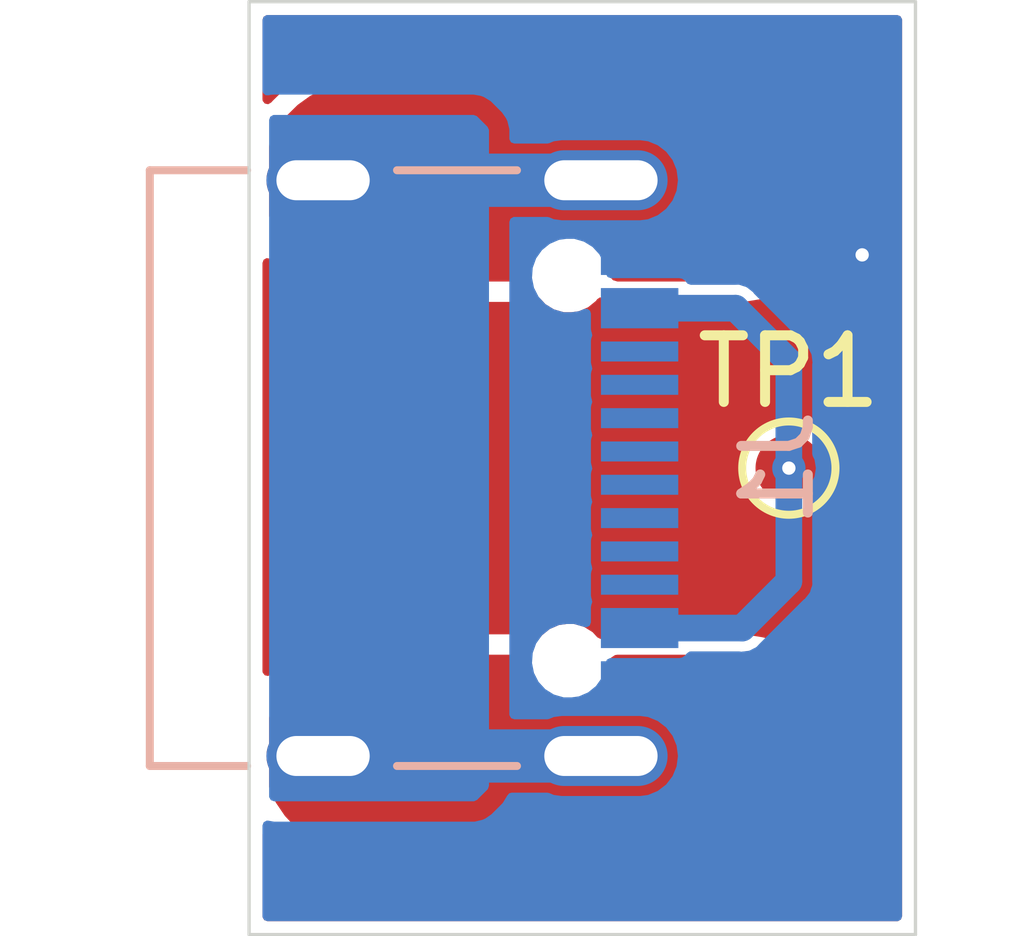
<source format=kicad_pcb>
(kicad_pcb (version 20211014) (generator pcbnew)
  (title_block (date "2022-07-17"))
  (layers (0 "F.Cu" signal) (1 "In1.Cu" signal) (2 "In2.Cu" signal) (3 "In3.Cu" signal) (4 "In4.Cu" signal) (31 "B.Cu" signal) (34 "B.Paste" user) (35 "F.Paste" user) (36 "B.SilkS" user "B.Silkscreen") (37 "F.SilkS" user "F.Silkscreen") (38 "B.Mask" user) (39 "F.Mask" user) (44 "Edge.Cuts" user))
  (net 0 "")
  (net 1 "GND")
  (net 2 "VBUS")
  (net 11 "/SHIELD")
  (footprint "TestPoint:TestPoint_Pad_D1.0mm" (layer "F.Cu") (at 58.1 151)
    (fp_text reference "TP1" (at 0 -1.448) (layer "F.SilkS"))
    (fp_text value "TestPoint")
    (fp_circle (center 0 0) (end 0 0.7) (layer "F.SilkS") (width 0.12) (fill none))
    (pad "1" smd circle (at 0 0) (size 1 1) (layers "F.Cu" "F.Mask") (net 2 "VBUS"))
  )
  (footprint "Connector_USB:USB_C_Receptacle_Palconn_UTC16-G" (layer "B.Cu") (at 53.35 151 90)
    (fp_text reference "J1" (at 0 4.58 270) (layer "B.SilkS") (effects (justify mirror)))
    (fp_text value "usb-c")
    (fp_line (start 4.47 -4.84) (end 4.47 -3.38) (layer "B.SilkS") (width 0.12))
    (fp_line (start -4.47 -4.84) (end -4.47 -3.38) (layer "B.SilkS") (width 0.12))
    (fp_line (start 4.47 -4.84) (end -4.47 -4.84) (layer "B.SilkS") (width 0.12))
    (fp_line (start 4.47 0.67) (end 4.47 -1.13) (layer "B.SilkS") (width 0.12))
    (fp_line (start -4.47 0.67) (end -4.47 -1.13) (layer "B.SilkS") (width 0.12))
    (pad "" np_thru_hole circle locked (at -2.89 1.45 270) (size 0.6 0.6) (drill 0.6) (layers *.Cu *.Mask))
    (pad "" np_thru_hole circle locked (at 2.89 1.45 270) (size 0.6 0.6) (drill 0.6) (layers *.Cu *.Mask))
    (pad "A1" smd rect locked (at -3.2 2.51 90) (size 0.6 1.16) (layers "B.Cu" "B.Paste" "B.Mask") (net 1 "GND"))
    (pad "A4" smd rect locked (at -2.4 2.51 90) (size 0.6 1.16) (layers "B.Cu" "B.Paste" "B.Mask") (net 2 "VBUS"))
    (pad "A5" smd rect locked (at -1.25 2.51 270) (size 0.3 1.16) (layers "B.Cu" "B.Paste" "B.Mask"))
    (pad "A6" smd rect locked (at -0.25 2.51 270) (size 0.3 1.16) (layers "B.Cu" "B.Paste" "B.Mask"))
    (pad "A7" smd rect locked (at 0.25 2.51 270) (size 0.3 1.16) (layers "B.Cu" "B.Paste" "B.Mask"))
    (pad "A8" smd rect locked (at 1.25 2.51 270) (size 0.3 1.16) (layers "B.Cu" "B.Paste" "B.Mask"))
    (pad "A9" smd rect locked (at 2.4 2.51 90) (size 0.6 1.16) (layers "B.Cu" "B.Paste" "B.Mask") (net 2 "VBUS"))
    (pad "A12" smd rect locked (at 3.2 2.51 90) (size 0.6 1.16) (layers "B.Cu" "B.Paste" "B.Mask") (net 1 "GND"))
    (pad "B1" smd rect locked (at 3.2 2.51 90) (size 0.6 1.16) (layers "B.Cu" "B.Paste" "B.Mask") (net 1 "GND"))
    (pad "B4" smd rect locked (at 2.4 2.51 90) (size 0.6 1.16) (layers "B.Cu" "B.Paste" "B.Mask") (net 2 "VBUS"))
    (pad "B5" smd rect locked (at 1.75 2.51 270) (size 0.3 1.16) (layers "B.Cu" "B.Paste" "B.Mask"))
    (pad "B6" smd rect locked (at 0.75 2.51 270) (size 0.3 1.16) (layers "B.Cu" "B.Paste" "B.Mask"))
    (pad "B7" smd rect locked (at -0.75 2.51 270) (size 0.3 1.16) (layers "B.Cu" "B.Paste" "B.Mask"))
    (pad "B8" smd rect locked (at -1.75 2.51 270) (size 0.3 1.16) (layers "B.Cu" "B.Paste" "B.Mask"))
    (pad "B9" smd rect locked (at -2.4 2.51 90) (size 0.6 1.16) (layers "B.Cu" "B.Paste" "B.Mask") (net 2 "VBUS"))
    (pad "B12" smd rect locked (at -3.2 2.51 90) (size 0.6 1.16) (layers "B.Cu" "B.Paste" "B.Mask") (net 1 "GND"))
    (pad "S1" thru_hole oval locked (at 4.32 1.93) (size 2 0.9) (drill oval 1.7 0.6) (layers *.Cu *.Mask) (net 11 "/SHIELD"))
    (pad "S1" thru_hole oval locked (at -4.32 -2.24) (size 1.7 0.9) (drill oval 1.4 0.6) (layers *.Cu *.Mask) (net 11 "/SHIELD"))
    (pad "S1" thru_hole oval locked (at -4.32 1.93) (size 2 0.9) (drill oval 1.7 0.6) (layers *.Cu *.Mask) (net 11 "/SHIELD"))
    (pad "S1" thru_hole oval locked (at 4.32 -2.24) (size 1.7 0.9) (drill oval 1.4 0.6) (layers *.Cu *.Mask) (net 11 "/SHIELD"))
  )
  (gr_line (start 50 158) (end 50 144) (layer "Edge.Cuts") (width 0.05))
  (gr_line (start 50 144) (end 60 144) (layer "Edge.Cuts") (width 0.05))
  (gr_line (start 60 158) (end 50 158) (layer "Edge.Cuts") (width 0.05))
  (gr_line (start 60 144) (end 60 158) (layer "Edge.Cuts") (width 0.05))
  (via (at 59.2 147.8) (size 0.5) (drill 0.2) (layers "F.Cu" "B.Cu") (net 1))
  (segment (start 58.3 147.8) (end 59.2 147.8) (width 0.5) (layer "B.Cu") (net 1))
  (segment (start 58.3 147.8) (end 55.86 147.8) (width 0.5) (layer "B.Cu") (net 1))
  (via (at 58.1 151) (size 0.5) (drill 0.2) (layers "F.Cu" "B.Cu") (net 2))
  (segment (start 58.1 151) (end 58.1 152.7) (width 0.4) (layer "B.Cu") (net 2))
  (segment (start 58.1 152.7) (end 57.4 153.4) (width 0.4) (layer "B.Cu") (net 2))
  (segment (start 58.1 151) (end 58.1 149.4) (width 0.4) (layer "B.Cu") (net 2))
  (segment (start 57.4 153.4) (end 55.86 153.4) (width 0.4) (layer "B.Cu") (net 2))
  (segment (start 57.3 148.6) (end 55.86 148.6) (width 0.4) (layer "B.Cu") (net 2))
  (segment (start 58.1 149.4) (end 57.3 148.6) (width 0.4) (layer "B.Cu") (net 2))
  (segment (start 55.28 155.32) (end 52.3 155.32) (width 0.8) (layer "B.Cu") (net 11))
  (segment (start 52.3 155.32) (end 52.3 146.68) (width 1) (layer "B.Cu") (net 11))
  (segment (start 52.3 146.68) (end 52.2 146.58) (width 1) (layer "B.Cu") (net 11))
  (segment (start 52.3 146.68) (end 55.28 146.68) (width 0.8) (layer "B.Cu") (net 11))
  (zone (net 11) (net_name "/SHIELD") (layer "F.Cu") (priority 1) (connect_pads yes (clearance 0.3)) (min_thickness 0.254) (fill yes (thermal_gap 0.508) (thermal_bridge_width 0.508))
    (polygon (pts (arc (start 58.8 155.3) (mid 58.360655 156.360655) (end 57.3 156.8)) (arc (start 51.7 156.8) (mid 50.618629 156.31066) (end 50.2 155.2)) (arc (start 50.2 155.2) (mid 50.660051 154.18934) (end 51.7 153.8)) (arc (start 57.3 153.8) (mid 58.360652 154.239347) (end 58.8 155.3))))
  )
  (zone (net 1) (net_name "GND") (layers "F.Cu" "In1.Cu" "In2.Cu" "In3.Cu" "In4.Cu" "B.Cu") (connect_pads yes (clearance 0.15)) (min_thickness 0.15) (fill yes (thermal_gap 0.508) (thermal_bridge_width 0.508))
    (polygon (pts (xy 60 158) (xy 60 144) (xy 50 144) (xy 50 158)))
  )
  (zone (net 11) (net_name "/SHIELD") (layer "F.Cu") (priority 1) (connect_pads yes (clearance 0.3)) (min_thickness 0.254) (fill yes (thermal_gap 0.508) (thermal_bridge_width 0.508))
    (polygon (pts (arc (start 58.8 146.68) (mid 58.356518 145.62934) (end 57.3 145.2)) (arc (start 51.7 145.2) (mid 50.643482 145.62934) (end 50.2 146.68)) (arc (start 50.2 146.68) (mid 50.635198 147.75066) (end 51.7 148.2)) (arc (start 57.3 148.2) (mid 58.364802 147.75066) (end 58.8 146.68))))
  )
  (zone (net 11) (net_name "/SHIELD") (layer "B.Cu") (name "shield") (priority 1) (connect_pads yes (clearance 0.3)) (min_thickness 0.15) (fill yes (thermal_gap 0.508) (thermal_bridge_width 0.508) (smoothing chamfer) (radius 0.2))
    (polygon (pts (xy 53.6 145.7) (xy 53.6 156) (xy 49.8 156) (xy 49.8 145.7)))
  )
)
</source>
